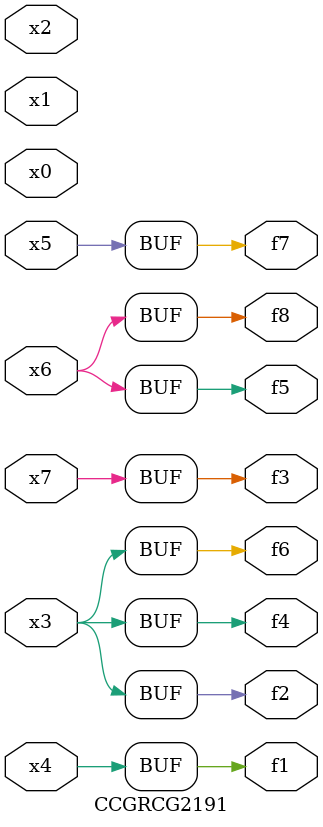
<source format=v>
module CCGRCG2191(
	input x0, x1, x2, x3, x4, x5, x6, x7,
	output f1, f2, f3, f4, f5, f6, f7, f8
);
	assign f1 = x4;
	assign f2 = x3;
	assign f3 = x7;
	assign f4 = x3;
	assign f5 = x6;
	assign f6 = x3;
	assign f7 = x5;
	assign f8 = x6;
endmodule

</source>
